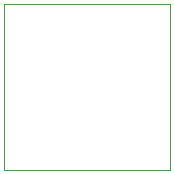
<source format=gbr>
G04 #@! TF.GenerationSoftware,KiCad,Pcbnew,(5.1.9)-1*
G04 #@! TF.CreationDate,2021-02-13T14:42:14-08:00*
G04 #@! TF.ProjectId,ufc_v4_comm,7566635f-7634-45f6-936f-6d6d2e6b6963,rev?*
G04 #@! TF.SameCoordinates,Original*
G04 #@! TF.FileFunction,Profile,NP*
%FSLAX46Y46*%
G04 Gerber Fmt 4.6, Leading zero omitted, Abs format (unit mm)*
G04 Created by KiCad (PCBNEW (5.1.9)-1) date 2021-02-13 14:42:14*
%MOMM*%
%LPD*%
G01*
G04 APERTURE LIST*
G04 #@! TA.AperFunction,Profile*
%ADD10C,0.050000*%
G04 #@! TD*
G04 APERTURE END LIST*
D10*
X151945000Y-66190000D02*
X151945000Y-52190000D01*
X165945000Y-66190000D02*
X151945000Y-66190000D01*
X165945000Y-52190000D02*
X165945000Y-66190000D01*
X151945000Y-52190000D02*
X165945000Y-52190000D01*
M02*

</source>
